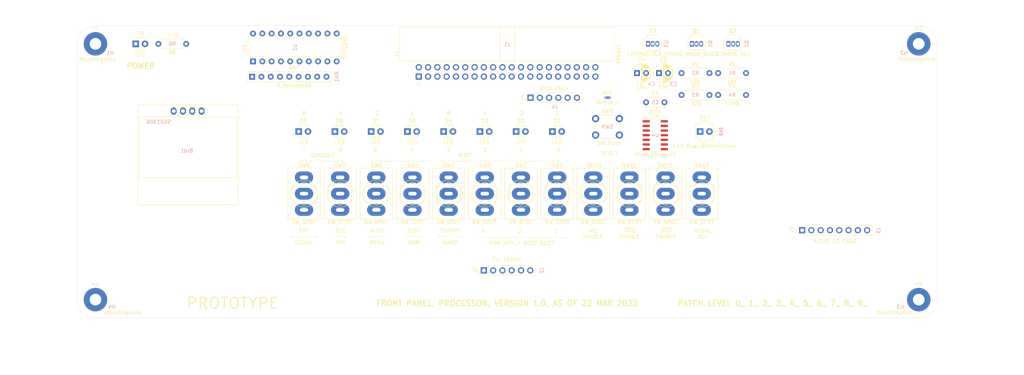
<source format=kicad_pcb>
(kicad_pcb (version 20211014) (generator pcbnew)
  (layers (0 "F.Cu" signal) (31 "B.Cu" signal) (34 "B.Paste" user) (35 "F.Paste" user) (36 "B.SilkS" user "B.Silkscreen") (37 "F.SilkS" user "F.Silkscreen") (38 "B.Mask" user) (39 "F.Mask" user) (44 "Edge.Cuts" user))
  (net 0 "")
  (net 1 "GND")
  (net 2 "VCC")
  (net 3 "Net-(D1-Pad1)")
  (net 4 "Net-(D1-Pad2)")
  (net 5 "Net-(D2-Pad1)")
  (net 6 "Net-(D2-Pad2)")
  (net 7 "Net-(D3-Pad1)")
  (net 8 "Net-(D3-Pad2)")
  (net 9 "Net-(D4-Pad1)")
  (net 10 "Net-(D4-Pad2)")
  (net 11 "Net-(D6-Pad1)")
  (net 12 "Net-(D6-Pad2)")
  (net 13 "Net-(D7-Pad1)")
  (net 14 "Net-(D7-Pad2)")
  (net 15 "Net-(D8-Pad1)")
  (net 16 "Net-(D8-Pad2)")
  (net 17 "Net-(D9-Pad1)")
  (net 18 "Net-(D9-Pad2)")
  (net 19 "/LED0")
  (net 20 "/FP-D0")
  (net 21 "/LED1")
  (net 22 "/FP-D1")
  (net 23 "/LED2")
  (net 24 "/FP-D2")
  (net 25 "/LED3")
  (net 26 "/FP-D3")
  (net 27 "/LED4")
  (net 28 "/FP-D4")
  (net 29 "/LED5")
  (net 30 "/FP-D5")
  (net 31 "/LED6")
  (net 32 "/FP-D6")
  (net 33 "/LED7")
  (net 34 "/FP-D7")
  (net 35 "I2C_SDA")
  (net 36 "I2C_SCL")
  (net 37 "~{EXT_RES}")
  (net 38 "~{IM2-EN}")
  (net 39 "~{RTS}")
  (net 40 "~{IM2-EN-OE}")
  (net 41 "/VCC-TS")
  (net 42 "~{INT0-EN}")
  (net 43 "RX")
  (net 44 "~{INT0}")
  (net 45 "TX")
  (net 46 "~{WAIT-EN}")
  (net 47 "~{CTS}")
  (net 48 "~{WAIT}")
  (net 49 "Net-(D5-Pad2)")
  (net 62 "VDD1")
  (net 63 "Net-(D10-Pad1)")
  (net 64 "Net-(D10-Pad2)")
  (net 65 "/CLK")
  (net 66 "/DO")
  (net 67 "/DI")
  (net 68 "/CS")
  (net 70 "Net-(Q1-Pad1)")
  (net 71 "Net-(Q2-Pad1)")
  (net 72 "Net-(R3-Pad1)")
  (net 77 "/UPDI-RX")
  (net 78 "/UPDI-TX")
  (net 80 "/UPDI")
  (footprint "Connector_IDC:IDC-Header_2x20_P2.54mm_Horizontal" (layer "F.Cu") (at 128.37 163.9475 90)
    (fp_text reference "J1" (at 6.215 -6.1 90) (layer "F.SilkS"))
    (fp_text value "FPANEL" (at 6.215 54.63 90) (layer "F.SilkS"))
    (fp_text user "${REFERENCE}" (at 8.83 24.13) (layer "B.SilkS") (effects (justify mirror)))
    (pad "1" thru_hole roundrect (at 0 0 90) (size 1.7 1.7) (drill 1) (layers *.Cu *.Mask) (roundrect_rratio 0.147059) (net 1 "GND"))
    (pad "2" thru_hole circle (at 2.54 0 90) (size 1.7 1.7) (drill 1) (layers *.Cu *.Mask) (net 1 "GND"))
    (pad "3" thru_hole circle (at 0 2.54 90) (size 1.7 1.7) (drill 1) (layers *.Cu *.Mask) (net 2 "VCC"))
    (pad "4" thru_hole circle (at 2.54 2.54 90) (size 1.7 1.7) (drill 1) (layers *.Cu *.Mask) (net 2 "VCC"))
    (pad "5" thru_hole circle (at 0 5.08 90) (size 1.7 1.7) (drill 1) (layers *.Cu *.Mask) (net 19 "/LED0"))
    (pad "6" thru_hole circle (at 2.54 5.08 90) (size 1.7 1.7) (drill 1) (layers *.Cu *.Mask) (net 20 "/FP-D0"))
    (pad "7" thru_hole circle (at 0 7.62 90) (size 1.7 1.7) (drill 1) (layers *.Cu *.Mask) (net 21 "/LED1"))
    (pad "8" thru_hole circle (at 2.54 7.62 90) (size 1.7 1.7) (drill 1) (layers *.Cu *.Mask) (net 22 "/FP-D1"))
    (pad "9" thru_hole circle (at 0 10.16 90) (size 1.7 1.7) (drill 1) (layers *.Cu *.Mask) (net 23 "/LED2"))
    (pad "10" thru_hole circle (at 2.54 10.16 90) (size 1.7 1.7) (drill 1) (layers *.Cu *.Mask) (net 24 "/FP-D2"))
    (pad "11" thru_hole circle (at 0 12.7 90) (size 1.7 1.7) (drill 1) (layers *.Cu *.Mask) (net 25 "/LED3"))
    (pad "12" thru_hole circle (at 2.54 12.7 90) (size 1.7 1.7) (drill 1) (layers *.Cu *.Mask) (net 26 "/FP-D3"))
    (pad "13" thru_hole circle (at 0 15.24 90) (size 1.7 1.7) (drill 1) (layers *.Cu *.Mask) (net 27 "/LED4"))
    (pad "14" thru_hole circle (at 2.54 15.24 90) (size 1.7 1.7) (drill 1) (layers *.Cu *.Mask) (net 28 "/FP-D4"))
    (pad "15" thru_hole circle (at 0 17.78 90) (size 1.7 1.7) (drill 1) (layers *.Cu *.Mask) (net 29 "/LED5"))
    (pad "16" thru_hole circle (at 2.54 17.78 90) (size 1.7 1.7) (drill 1) (layers *.Cu *.Mask) (net 30 "/FP-D5"))
    (pad "17" thru_hole circle (at 0 20.32 90) (size 1.7 1.7) (drill 1) (layers *.Cu *.Mask) (net 31 "/LED6"))
    (pad "18" thru_hole circle (at 2.54 20.32 90) (size 1.7 1.7) (drill 1) (layers *.Cu *.Mask) (net 32 "/FP-D6"))
    (pad "19" thru_hole circle (at 0 22.86 90) (size 1.7 1.7) (drill 1) (layers *.Cu *.Mask) (net 33 "/LED7"))
    (pad "20" thru_hole circle (at 2.54 22.86 90) (size 1.7 1.7) (drill 1) (layers *.Cu *.Mask) (net 34 "/FP-D7"))
    (pad "21" thru_hole circle (at 0 25.4 90) (size 1.7 1.7) (drill 1) (layers *.Cu *.Mask) (net 35 "I2C_SDA"))
    (pad "22" thru_hole circle (at 2.54 25.4 90) (size 1.7 1.7) (drill 1) (layers *.Cu *.Mask) (net 1 "GND"))
    (pad "23" thru_hole circle (at 0 27.94 90) (size 1.7 1.7) (drill 1) (layers *.Cu *.Mask) (net 36 "I2C_SCL"))
    (pad "24" thru_hole circle (at 2.54 27.94 90) (size 1.7 1.7) (drill 1) (layers *.Cu *.Mask) (net 37 "~{EXT_RES}"))
    (pad "25" thru_hole circle (at 0 30.48 90) (size 1.7 1.7) (drill 1) (layers *.Cu *.Mask) (net 1 "GND"))
    (pad "26" thru_hole circle (at 2.54 30.48 90) (size 1.7 1.7) (drill 1) (layers *.Cu *.Mask) (net 38 "~{IM2-EN}"))
    (pad "27" thru_hole circle (at 0 33.02 90) (size 1.7 1.7) (drill 1) (layers *.Cu *.Mask) (net 39 "~{RTS}"))
    (pad "28" thru_hole circle (at 2.54 33.02 90) (size 1.7 1.7) (drill 1) (layers *.Cu *.Mask) (net 40 "~{IM2-EN-OE}"))
    (pad "29" thru_hole circle (at 0 35.56 90) (size 1.7 1.7) (drill 1) (layers *.Cu *.Mask) (net 41 "/VCC-TS"))
    (pad "30" thru_hole circle (at 2.54 35.56 90) (size 1.7 1.7) (drill 1) (layers *.Cu *.Mask) (net 42 "~{INT0-EN}"))
    (pad "31" thru_hole circle (at 0 38.1 90) (size 1.7 1.7) (drill 1) (layers *.Cu *.Mask) (net 43 "RX"))
    (pad "32" thru_hole circle (at 2.54 38.1 90) (size 1.7 1.7) (drill 1) (layers *.Cu *.Mask) (net 44 "~{INT0}"))
    (pad "33" thru_hole circle (at 0 40.64 90) (size 1.7 1.7) (drill 1) (layers *.Cu *.Mask) (net 45 "TX"))
    (pad "34" thru_hole circle (at 2.54 40.64 90) (size 1.7 1.7) (drill 1) (layers *.Cu *.Mask) (net 46 "~{WAIT-EN}"))
    (pad "35" thru_hole circle (at 0 43.18 90) (size 1.7 1.7) (drill 1) (layers *.Cu *.Mask) (net 47 "~{CTS}"))
    (pad "36" thru_hole circle (at 2.54 43.18 90) (size 1.7 1.7) (drill 1) (layers *.Cu *.Mask) (net 48 "~{WAIT}"))
    (pad "37" thru_hole circle (at 0 45.72 90) (size 1.7 1.7) (drill 1) (layers *.Cu *.Mask) (net 2 "VCC"))
    (pad "38" thru_hole circle (at 2.54 45.72 90) (size 1.7 1.7) (drill 1) (layers *.Cu *.Mask) (net 2 "VCC"))
    (pad "39" thru_hole circle (at 0 48.26 90) (size 1.7 1.7) (drill 1) (layers *.Cu *.Mask) (net 1 "GND"))
    (pad "40" thru_hole circle (at 2.54 48.26 90) (size 1.7 1.7) (drill 1) (layers *.Cu *.Mask) (net 1 "GND"))
  )
  (footprint "Connector_PinHeader_2.54mm:PinHeader_1x06_P2.54mm_Vertical" (layer "F.Cu") (at 146.15 217 90)
    (fp_text reference "J2" (at 0 -2.33 90) (layer "F.SilkS"))
    (fp_text value "TTL SERIAL" (at 3 6.35 180) (layer "F.SilkS"))
    (fp_text user "${REFERENCE}" (at 0 15.85 90) (layer "B.SilkS") (effects (justify mirror)))
    (pad "1" thru_hole rect (at 0 0 90) (size 1.7 1.7) (drill 1) (layers *.Cu *.Mask) (net 1 "GND"))
    (pad "2" thru_hole oval (at 0 2.54 90) (size 1.7 1.7) (drill 1) (layers *.Cu *.Mask) (net 39 "~{RTS}"))
    (pad "3" thru_hole oval (at 0 5.08 90) (size 1.7 1.7) (drill 1) (layers *.Cu *.Mask) (net 41 "/VCC-TS"))
    (pad "4" thru_hole oval (at 0 7.62 90) (size 1.7 1.7) (drill 1) (layers *.Cu *.Mask) (net 43 "RX"))
    (pad "5" thru_hole oval (at 0 10.16 90) (size 1.7 1.7) (drill 1) (layers *.Cu *.Mask) (net 45 "TX"))
    (pad "6" thru_hole oval (at 0 12.7 90) (size 1.7 1.7) (drill 1) (layers *.Cu *.Mask) (net 47 "~{CTS}"))
  )
  (footprint "MountingHole:MountingHole_3.2mm_M3_Pad" (layer "F.Cu") (at 40 155)
    (fp_text reference "H1" (at 0 -4.2) (layer "F.SilkS"))
    (fp_text value "MountingHole" (at 0.5 4.2) (layer "F.SilkS"))
    (fp_text user "${REFERENCE}" (at 4 2.5) (layer "B.SilkS") (effects (justify mirror)))
    (pad "1" thru_hole circle (at 0 0) (size 6.4 6.4) (drill 3.2) (layers *.Cu *.Mask) (net 1 "GND"))
  )
  (footprint "MountingHole:MountingHole_3.2mm_M3_Pad" (layer "F.Cu") (at 265 155)
    (fp_text reference "H2" (at 0 -4.2) (layer "F.SilkS"))
    (fp_text value "MountingHole" (at -0.5 4.2) (layer "F.SilkS"))
    (fp_text user "${REFERENCE}" (at -4 2.5) (layer "B.SilkS") (effects (justify mirror)))
    (pad "1" thru_hole circle (at 0 0) (size 6.4 6.4) (drill 3.2) (layers *.Cu *.Mask) (net 1 "GND"))
  )
  (footprint "MountingHole:MountingHole_3.2mm_M3_Pad" (layer "F.Cu") (at 265 225)
    (fp_text reference "H3" (at 0 -4.2) (layer "F.SilkS"))
    (fp_text value "MountingHole" (at -6.5 3.5) (layer "F.SilkS"))
    (fp_text user "${REFERENCE}" (at -5 2) (layer "B.SilkS") (effects (justify mirror)))
    (pad "1" thru_hole circle (at 0 0) (size 6.4 6.4) (drill 3.2) (layers *.Cu *.Mask) (net 1 "GND"))
  )
  (footprint "MountingHole:MountingHole_3.2mm_M3_Pad" (layer "F.Cu") (at 40 225)
    (fp_text reference "H4" (at 0 -4.2) (layer "F.SilkS"))
    (fp_text value "MountingHole" (at 7.5 3.5) (layer "F.SilkS"))
    (fp_text user "${REFERENCE}" (at 4.5 2) (layer "B.SilkS") (effects (justify mirror)))
    (pad "1" thru_hole circle (at 0 0) (size 6.4 6.4) (drill 3.2) (layers *.Cu *.Mask) (net 1 "GND"))
  )
  (footprint "LED_THT:LED_D3.0mm" (layer "F.Cu") (at 51 155)
    (fp_text reference "D5" (at 1.27 -2.96) (layer "F.SilkS"))
    (fp_text value "LED" (at 1.27 2.96) (layer "F.SilkS"))
    (pad "1" thru_hole rect (at 0 0) (size 1.8 1.8) (drill 0.9) (layers *.Cu *.Mask) (net 1 "GND"))
    (pad "2" thru_hole circle (at 2.54 0) (size 1.8 1.8) (drill 0.9) (layers *.Cu *.Mask) (net 49 "Net-(D5-Pad2)"))
  )
  (footprint "Resistor_THT:R_Axial_DIN0207_L6.3mm_D2.5mm_P7.62mm_Horizontal" (layer "F.Cu") (at 64.81 155 180)
    (fp_text reference "R6" (at 3.81 -2.37) (layer "F.SilkS"))
    (fp_text value "470" (at 3.81 2.37) (layer "F.SilkS"))
    (fp_text user "${REFERENCE}" (at 3.81 0) (layer "B.SilkS") (effects (justify mirror)))
    (pad "1" thru_hole circle (at 0 0 180) (size 1.6 1.6) (drill 0.8) (layers *.Cu *.Mask) (net 2 "VCC"))
    (pad "2" thru_hole oval (at 7.62 0 180) (size 1.6 1.6) (drill 0.8) (layers *.Cu *.Mask) (net 49 "Net-(D5-Pad2)"))
  )
  (footprint "Resistor_THT:R_Axial_DIN0207_L6.3mm_D2.5mm_P7.62mm_Horizontal" (layer "F.Cu") (at 200.19 169)
    (fp_text reference "R3" (at 3.81 -2.37) (layer "F.SilkS"))
    (fp_text value "220" (at 3.81 2.37) (layer "F.SilkS"))
    (fp_text user "${REFERENCE}" (at 3.81 0) (layer "B.SilkS") (effects (justify mirror)))
    (pad "1" thru_hole circle (at 0 0) (size 1.6 1.6) (drill 0.8) (layers *.Cu *.Mask) (net 72 "Net-(R3-Pad1)"))
    (pad "2" thru_hole oval (at 7.62 0) (size 1.6 1.6) (drill 0.8) (layers *.Cu *.Mask) (net 64 "Net-(D10-Pad2)"))
  )
  (footprint "LED_THT:LED_D3.0mm" (layer "F.Cu") (at 135.171 179)
    (fp_text reference "D4" (at 1.27 -2.96) (layer "F.SilkS"))
    (fp_text value "LED" (at 1.27 2.96) (layer "F.SilkS"))
    (pad "1" thru_hole rect (at 0 0) (size 1.8 1.8) (drill 0.9) (layers *.Cu *.Mask) (net 9 "Net-(D4-Pad1)"))
    (pad "2" thru_hole circle (at 2.54 0) (size 1.8 1.8) (drill 0.9) (layers *.Cu *.Mask) (net 10 "Net-(D4-Pad2)"))
  )
  (footprint "Button_Switch_THT:SW_PUSH_6mm" (layer "F.Cu") (at 176.69 175.46)
    (fp_text reference "SW9" (at 3.25 -2) (layer "F.SilkS"))
    (fp_text value "SW_Push" (at 3.75 6.7) (layer "F.SilkS"))
    (fp_text user "${REFERENCE}" (at 3.25 2.25) (layer "B.SilkS") (effects (justify mirror)))
    (pad "1" thru_hole circle (at 0 0 90) (size 2 2) (drill 1.1) (layers *.Cu *.Mask) (net 37 "~{EXT_RES}"))
    (pad "1" thru_hole circle (at 6.5 0 90) (size 2 2) (drill 1.1) (layers *.Cu *.Mask) (net 37 "~{EXT_RES}"))
    (pad "2" thru_hole circle (at 0 4.5 90) (size 2 2) (drill 1.1) (layers *.Cu *.Mask) (net 1 "GND"))
    (pad "2" thru_hole circle (at 6.5 4.5 90) (size 2 2) (drill 1.1) (layers *.Cu *.Mask) (net 1 "GND"))
  )
  (footprint "Resistor_THT:R_Axial_DIN0207_L6.3mm_D2.5mm_P7.62mm_Horizontal" (layer "F.Cu") (at 210.19 169)
    (fp_text reference "R4" (at 3.81 -2.37) (layer "F.SilkS"))
    (fp_text value "4700" (at 3.81 2.37) (layer "F.SilkS"))
    (fp_text user "${REFERENCE}" (at 3.81 0) (layer "B.SilkS") (effects (justify mirror)))
    (pad "1" thru_hole circle (at 0 0) (size 1.6 1.6) (drill 0.8) (layers *.Cu *.Mask) (net 78 "/UPDI-TX"))
    (pad "2" thru_hole oval (at 7.62 0) (size 1.6 1.6) (drill 0.8) (layers *.Cu *.Mask) (net 80 "/UPDI"))
  )
  (footprint "LED_THT:LED_D3.0mm" (layer "F.Cu") (at 125.265125 179)
    (fp_text reference "D6" (at 1.27 -2.96) (layer "F.SilkS"))
    (fp_text value "LED" (at 1.27 2.96) (layer "F.SilkS"))
    (pad "1" thru_hole rect (at 0 0) (size 1.8 1.8) (drill 0.9) (layers *.Cu *.Mask) (net 11 "Net-(D6-Pad1)"))
    (pad "2" thru_hole circle (at 2.54 0) (size 1.8 1.8) (drill 0.9) (layers *.Cu *.Mask) (net 12 "Net-(D6-Pad2)"))
  )
  (footprint "LED_THT:LED_D3.0mm" (layer "F.Cu") (at 145.076875 179.00226)
    (fp_text reference "D3" (at 1.27 -2.96) (layer "F.SilkS"))
    (fp_text value "LED" (at 1.27 2.96) (layer "F.SilkS"))
    (pad "1" thru_hole rect (at 0 0) (size 1.8 1.8) (drill 0.9) (layers *.Cu *.Mask) (net 7 "Net-(D3-Pad1)"))
    (pad "2" thru_hole circle (at 2.54 0) (size 1.8 1.8) (drill 0.9) (layers *.Cu *.Mask) (net 8 "Net-(D3-Pad2)"))
  )
  (footprint "Package_DIP:DIP-20_W7.62mm" (layer "F.Cu") (at 83.075 159.8 90)
    (fp_text reference "U1" (at 3.81 -2.33 90) (layer "F.SilkS"))
    (fp_text value "74LS240" (at 3.81 25.19 90) (layer "F.SilkS"))
    (fp_text user "${REFERENCE}" (at 3.81 11.43 90) (layer "B.SilkS") (effects (justify mirror)))
    (pad "1" thru_hole rect (at 0 0 90) (size 1.6 1.6) (drill 0.8) (layers *.Cu *.Mask) (net 1 "GND"))
    (pad "2" thru_hole oval (at 0 2.54 90) (size 1.6 1.6) (drill 0.8) (layers *.Cu *.Mask) (net 19 "/LED0"))
    (pad "3" thru_hole oval (at 0 5.08 90) (size 1.6 1.6) (drill 0.8) (layers *.Cu *.Mask) (net 17 "Net-(D9-Pad1)"))
    (pad "4" thru_hole oval (at 0 7.62 90) (size 1.6 1.6) (drill 0.8) (layers *.Cu *.Mask) (net 21 "/LED1"))
    (pad "5" thru_hole oval (at 0 10.16 90) (size 1.6 1.6) (drill 0.8) (layers *.Cu *.Mask) (net 15 "Net-(D8-Pad1)"))
    (pad "6" thru_hole oval (at 0 12.7 90) (size 1.6 1.6) (drill 0.8) (layers *.Cu *.Mask) (net 23 "/LED2"))
    (pad "7" thru_hole oval (at 0 15.24 90) (size 1.6 1.6) (drill 0.8) (layers *.Cu *.Mask) (net 13 "Net-(D7-Pad1)"))
    (pad "8" thru_hole oval (at 0 17.78 90) (size 1.6 1.6) (drill 0.8) (layers *.Cu *.Mask) (net 25 "/LED3"))
    (pad "9" thru_hole oval (at 0 20.32 90) (size 1.6 1.6) (drill 0.8) (layers *.Cu *.Mask) (net 11 "Net-(D6-Pad1)"))
    (pad "10" thru_hole oval (at 0 22.86 90) (size 1.6 1.6) (drill 0.8) (layers *.Cu *.Mask) (net 1 "GND"))
    (pad "11" thru_hole oval (at 7.62 22.86 90) (size 1.6 1.6) (drill 0.8) (layers *.Cu *.Mask) (net 27 "/LED4"))
    (pad "12" thru_hole oval (at 7.62 20.32 90) (size 1.6 1.6) (drill 0.8) (layers *.Cu *.Mask) (net 9 "Net-(D4-Pad1)"))
    (pad "13" thru_hole oval (at 7.62 17.78 90) (size 1.6 1.6) (drill 0.8) (layers *.Cu *.Mask) (net 29 "/LED5"))
    (pad "14" thru_hole oval (at 7.62 15.24 90) (size 1.6 1.6) (drill 0.8) (layers *.Cu *.Mask) (net 7 "Net-(D3-Pad1)"))
    (pad "15" thru_hole oval (at 7.62 12.7 90) (size 1.6 1.6) (drill 0.8) (layers *.Cu *.Mask) (net 31 "/LED6"))
    (pad "16" thru_hole oval (at 7.62 10.16 90) (size 1.6 1.6) (drill 0.8) (layers *.Cu *.Mask) (net 5 "Net-(D2-Pad1)"))
    (pad "17" thru_hole oval (at 7.62 7.62 90) (size 1.6 1.6) (drill 0.8) (layers *.Cu *.Mask) (net 33 "/LED7"))
    (pad "18" thru_hole oval (at 7.62 5.08 90) (size 1.6 1.6) (drill 0.8) (layers *.Cu *.Mask) (net 3 "Net-(D1-Pad1)"))
    (pad "19" thru_hole oval (at 7.62 2.54 90) (size 1.6 1.6) (drill 0.8) (layers *.Cu *.Mask) (net 1 "GND"))
    (pad "20" thru_hole oval (at 7.62 0 90) (size 1.6 1.6) (drill 0.8) (layers *.Cu *.Mask) (net 2 "VCC"))
  )
  (footprint "Package_TO_SOT_THT:TO-92L_Inline" (layer "F.Cu") (at 213 155)
    (fp_text reference "Q2" (at 1.19 -3.56) (layer "F.SilkS"))
    (fp_text value "Q_NMOS_SGD" (at 1.19 2.79) (layer "F.SilkS"))
    (fp_text user "${REFERENCE}" (at 5 0 90) (layer "B.SilkS") (effects (justify mirror)))
    (pad "1" thru_hole rect (at 0 0) (size 1.05 1.5) (drill 0.75) (layers *.Cu *.Mask) (net 71 "Net-(Q2-Pad1)"))
    (pad "2" thru_hole oval (at 1.27 0) (size 1.05 1.5) (drill 0.75) (layers *.Cu *.Mask) (net 62 "VDD1"))
    (pad "3" thru_hole oval (at 2.54 0) (size 1.05 1.5) (drill 0.75) (layers *.Cu *.Mask) (net 35 "I2C_SDA"))
  )
  (footprint "SW_Toggle_Blue_wSlots:SW_Toggle_Blue_wSlots" (layer "F.Cu") (at 97 196 -90)
    (fp_text reference "SW8" (at -7.75 0) (layer "F.SilkS"))
    (fp_text value "SW_SPDT" (at 7.75 0) (layer "F.SilkS"))
    (pad "1" thru_hole oval locked (at -4.45 0 270) (size 3.2 5) (drill oval 1 2.3) (layers *.Cu "B.Mask") (net 1 "GND"))
    (pad "2" thru_hole oval locked (at 0 0 270) (size 3.2 5) (drill oval 1 2.3) (layers *.Cu "B.Mask") (net 34 "/FP-D7"))
    (pad "3" thru_hole oval locked (at 4.45 0 270) (size 3.2 5) (drill oval 1 2.3) (layers *.Cu "B.Mask"))
  )
  (footprint "SW_Toggle_Blue_wSlots:SW_Toggle_Blue_wSlots" (layer "F.Cu") (at 146.410225 196 -90)
    (fp_text reference "SW3" (at -7.75 -0.089775) (layer "F.SilkS"))
    (fp_text value "SW_SPDT" (at 7.75 0.160225) (layer "F.SilkS"))
    (pad "1" thru_hole oval locked (at -4.45 0 270) (size 3.2 5) (drill oval 1 2.3) (layers *.Cu "B.Mask") (net 1 "GND"))
    (pad "2" thru_hole oval locked (at 0 0 270) (size 3.2 5) (drill oval 1 2.3) (layers *.Cu "B.Mask") (net 24 "/FP-D2"))
    (pad "3" thru_hole oval locked (at 4.45 0 270) (size 3.2 5) (drill oval 1 2.3) (layers *.Cu "B.Mask"))
  )
  (footprint "SW_Toggle_Blue_wSlots:SW_Toggle_Blue_wSlots" (layer "F.Cu") (at 106.882045 196 -90)
    (fp_text reference "SW7" (at -7.75 0) (layer "F.SilkS"))
    (fp_text value "SW_SPDT" (at 7.75 0.132045 -180) (layer "F.SilkS"))
    (pad "1" thru_hole oval locked (at -4.45 0 270) (size 3.2 5) (drill oval 1 2.3) (layers *.Cu "B.Mask") (net 1 "GND"))
    (pad "2" thru_hole oval locked (at 0 0 270) (size 3.2 5) (drill oval 1 2.3) (layers *.Cu "B.Mask") (net 32 "/FP-D6"))
    (pad "3" thru_hole oval locked (at 4.45 0 270) (size 3.2 5) (drill oval 1 2.3) (layers *.Cu "B.Mask"))
  )
  (footprint "Package_TO_SOT_THT:TO-92L_Inline" (layer "F.Cu") (at 203 155)
    (fp_text reference "Q1" (at 1.19 -3.56) (layer "F.SilkS"))
    (fp_text value "Q_NMOS_SGD" (at 1.19 2.79) (layer "F.SilkS"))
    (fp_text user "${REFERENCE}" (at 5 0 90) (layer "B.SilkS") (effects (justify mirror)))
    (pad "1" thru_hole rect (at 0 0) (size 1.05 1.5) (drill 0.75) (layers *.Cu *.Mask) (net 70 "Net-(Q1-Pad1)"))
    (pad "2" thru_hole oval (at 1.27 0) (size 1.05 1.5) (drill 0.75) (layers *.Cu *.Mask) (net 62 "VDD1"))
    (pad "3" thru_hole oval (at 2.54 0) (size 1.05 1.5) (drill 0.75) (layers *.Cu *.Mask) (net 36 "I2C_SCL"))
  )
  (footprint "Connector_PinSocket_2.54mm:PinSocket_1x08_P2.54mm_Vertical" (layer "F.Cu") (at 233.125 206 90)
    (fp_text reference "J3" (at 0 -2.77 90) (layer "F.SilkS"))
    (fp_text value "MICRO SD CARD" (at -3 8.875 180) (layer "F.SilkS"))
    (fp_text user "${REFERENCE}" (at 0 20.875 270) (layer "B.SilkS") (effects (justify mirror)))
    (pad "1" thru_hole rect (at 0 0 90) (size 1.7 1.7) (drill 1) (layers *.Cu *.Mask) (net 2 "VCC"))
    (pad "2" thru_hole oval (at 0 2.54 90) (size 1.7 1.7) (drill 1) (layers *.Cu *.Mask) (net 62 "VDD1"))
    (pad "3" thru_hole oval (at 0 5.08 90) (size 1.7 1.7) (drill 1) (layers *.Cu *.Mask) (net 1 "GND"))
    (pad "4" thru_hole oval (at 0 7.62 90) (size 1.7 1.7) (drill 1) (layers *.Cu *.Mask) (net 65 "/CLK"))
    (pad "5" thru_hole oval (at 0 10.16 90) (size 1.7 1.7) (drill 1) (layers *.Cu *.Mask) (net 66 "/DO"))
    (pad "6" thru_hole oval (at 0 12.7 90) (size 1.7 1.7) (drill 1) (layers *.Cu *.Mask) (net 67 "/DI"))
    (pad "7" thru_hole oval (at 0 15.24 90) (size 1.7 1.7) (drill 1) (layers *.Cu *.Mask) (net 68 "/CS"))
    (pad "8" thru_hole oval (at 0 17.78 90) (size 1.7 1.7) (drill 1) (layers *.Cu *.Mask))
  )
  (footprint "SW_Toggle_Blue_wSlots:SW_Toggle_Blue_wSlots" (layer "F.Cu") (at 166.174315 196 -90)
    (fp_text reference "SW1" (at -7.75 -0.075685) (layer "F.SilkS"))
    (fp_text value "SW_SPDT" (at 7.75 -0.075685) (layer "F.SilkS"))
    (pad "1" thru_hole oval locked (at -4.45 0 270) (size 3.2 5) (drill oval 1 2.3) (layers *.Cu "B.Mask") (net 1 "GND"))
    (pad "2" thru_hole oval locked (at 0 0 270) (size 3.2 5) (drill oval 1 2.3) (layers *.Cu "B.Mask") (net 20 "/FP-D0"))
    (pad "3" thru_hole oval locked (at 4.45 0 270) (size 3.2 5) (drill oval 1 2.3) (layers *.Cu "B.Mask"))
  )
  (footprint "SW_Toggle_Blue_wSlots:SW_Toggle_Blue_wSlots" (layer "F.Cu") (at 126.646135 196 -90)
    (fp_text reference "SW5" (at -7.75 -0.103865) (layer "F.SilkS"))
    (fp_text value "SW_SPDT" (at 7.75 -0.103865) (layer "F.SilkS"))
    (pad "1" thru_hole oval locked (at -4.45 0 270) (size 3.2 5) (drill oval 1 2.3) (layers *.Cu "B.Mask") (net 1 "GND"))
    (pad "2" thru_hole oval locked (at 0 0 270) (size 3.2 5) (drill oval 1 2.3) (layers *.Cu "B.Mask") (net 28 "/FP-D4"))
    (pad "3" thru_hole oval locked (at 4.45 0 270) (size 3.2 5) (drill oval 1 2.3) (layers *.Cu "B.Mask"))
  )
  (footprint "LED_THT:LED_D3.0mm" (layer "F.Cu") (at 154.98275 179.001808)
    (fp_text reference "D2" (at 1.27 -2.96) (layer "F.SilkS"))
    (fp_text value "LED" (at 1.27 2.96) (layer "F.SilkS"))
    (pad "1" thru_hole rect (at 0 0) (size 1.8 1.8) (drill 0.9) (layers *.Cu *.Mask) (net 5 "Net-(D2-Pad1)"))
    (pad "2" thru_hole circle (at 2.54 0) (size 1.8 1.8) (drill 0.9) (layers *.Cu *.Mask) (net 6 "Net-(D2-Pad2)"))
  )
  (footprint "Capacitor_THT:C_Disc_D5.0mm_W2.5mm_P5.00mm" (layer "F.Cu") (at 190.5 171)
    (fp_text reference "C5" (at 2.5 -2.5) (layer "F.SilkS"))
    (fp_text value "0.1u" (at 2.5 2.5) (layer "F.SilkS"))
    (fp_text user "${REFERENCE}" (at 2.5 0) (layer "B.SilkS") (effects (justify mirror)))
    (pad "1" thru_hole circle (at 0 0) (size 1.6 1.6) (drill 0.8) (layers *.Cu *.Mask) (net 1 "GND"))
    (pad "2" thru_hole circle (at 5 0) (size 1.6 1.6) (drill 0.8) (layers *.Cu *.Mask) (net 62 "VDD1"))
  )
  (footprint "Capacitor_THT:CP_Radial_D5.0mm_P2.50mm" (layer "F.Cu") (at 194 163)
    (fp_text reference "C3" (at 1.25 -3.75) (layer "F.SilkS"))
    (fp_text value "10u" (at 1.25 3.75) (layer "F.SilkS"))
    (fp_text user "${REFERENCE}" (at 4 3) (layer "B.SilkS") (effects (justify mirror)))
    (pad "1" thru_hole rect (at 0 0) (size 1.6 1.6) (drill 0.8) (layers *.Cu *.Mask) (net 2 "VCC"))
    (pad "2" thru_hole circle (at 2.5 0) (size 1.6 1.6) (drill 0.8) (layers *.Cu *.Mask) (net 1 "GND"))
  )
  (footprint "Capacitor_THT:CP_Radial_D5.0mm_P2.50mm" (layer "F.Cu") (at 188 163)
    (fp_text reference "C4" (at 1.25 -3.75) (layer "F.SilkS"))
    (fp_text value "10u" (at 1.25 3.75) (layer "F.SilkS"))
    (fp_text user "${REFERENCE}" (at 4 3) (layer "B.SilkS") (effects (justify mirror)))
    (pad "1" thru_hole rect (at 0 0) (size 1.6 1.6) (drill 0.8) (layers *.Cu *.Mask) (net 62 "VDD1"))
    (pad "2" thru_hole circle (at 2.5 0) (size 1.6 1.6) (drill 0.8) (layers *.Cu *.Mask) (net 1 "GND"))
  )
  (footprint "SW_Toggle_Blue_wSlots:SW_Toggle_Blue_wSlots" (layer "F.Cu") (at 176.05636 196 -90)
    (fp_text reference "SW10" (at -7.75 -0.19364) (layer "F.SilkS"))
    (fp_text value "SW_SPDT" (at 7.75 0.05636) (layer "F.SilkS"))
    (pad "1" thru_hole oval locked (at -4.45 0 270) (size 3.2 5) (drill oval 1 2.3) (layers *.Cu "B.Mask") (net 40 "~{IM2-EN-OE}"))
    (pad "2" thru_hole oval locked (at 0 0 270) (size 3.2 5) (drill oval 1 2.3) (layers *.Cu "B.Mask") (net 38 "~{IM2-EN}"))
    (pad "3" thru_hole oval locked (at 4.45 0 270) (size 3.2 5) (drill oval 1 2.3) (layers *.Cu "B.Mask"))
  )
  (footprint "LED_THT:LED_D3.0mm" (layer "F.Cu") (at 115.35925 179.001808)
    (fp_text reference "D7" (at 1.27 -2.96) (layer "F.SilkS"))
    (fp_text value "LED" (at 1.27 2.96) (layer "F.SilkS"))
    (pad "1" thru_hole rect (at 0 0) (size 1.8 1.8) (drill 0.9) (layers *.Cu *.Mask) (net 13 "Net-(D7-Pad1)"))
    (pad "2" thru_hole circle (at 2.54 0) (size 1.8 1.8) (drill 0.9) (layers *.Cu *.Mask) (net 14 "Net-(D7-Pad2)"))
  )
  (footprint "SW_Toggle_Blue_wSlots:SW_Toggle_Blue_wSlots" (layer "F.Cu") (at 116.76409 196 -90)
    (fp_text reference "SW6" (at -7.75 0.01409) (layer "F.SilkS"))
    (fp_text value "SW_SPDT" (at 7.75 0.01409 -180) (layer "F.SilkS"))
    (pad "1" thru_hole oval locked (at -4.45 0 270) (size 3.2 5) (drill oval 1 2.3) (layers *.Cu "B.Mask") (net 1 "GND"))
    (pad "2" thru_hole oval locked (at 0 0 270) (size 3.2 5) (drill oval 1 2.3) (layers *.Cu "B.Mask") (net 30 "/FP-D5"))
    (pad "3" thru_hole oval locked (at 4.45 0 270) (size 3.2 5) (drill oval 1 2.3) (layers *.Cu "B.Mask"))
  )
  (footprint "Connector_PinHeader_2.54mm:PinHeader_1x06_P2.54mm_Vertical" (layer "F.Cu") (at 158.9 169.75 90)
    (fp_text reference "J4" (at 0 -2.33 90) (layer "F.SilkS"))
    (fp_text value "UPDI ONLY" (at 2.5 6.35 180) (layer "F.SilkS"))
    (fp_text user "${REFERENCE}" (at -2.5 6.6675 180) (layer "B.SilkS") (effects (justify mirror)))
    (pad "1" thru_hole rect (at 0 0 90) (size 1.7 1.7) (drill 1) (layers *.Cu *.Mask) (net 1 "GND"))
    (pad "2" thru_hole oval (at 0 2.54 90) (size 1.7 1.7) (drill 1) (layers *.Cu *.Mask))
    (pad "3" thru_hole oval (at 0 5.08 90) (size 1.7 1.7) (drill 1) (layers *.Cu *.Mask) (net 41 "/VCC-TS"))
    (pad "4" thru_hole oval (at 0 7.62 90) (size 1.7 1.7) (drill 1) (layers *.Cu *.Mask) (net 77 "/UPDI-RX"))
    (pad "5" thru_hole oval (at 0 10.16 90) (size 1.7 1.7) (drill 1) (layers *.Cu *.Mask) (net 78 "/UPDI-TX"))
    (pad "6" thru_hole oval (at 0 12.7 90) (size 1.7 1.7) (drill 1) (layers *.Cu *.Mask))
  )
  (footprint "SW_Toggle_Blue_wSlots:SW_Toggle_Blue_wSlots" (layer "F.Cu") (at 185.938405 196 -90)
    (fp_text reference "SW11" (at -7.75 -0.061595) (layer "F.SilkS"))
    (fp_text value "SW_SPDT" (at 7.75 -0.061595) (layer "F.SilkS"))
    (pad "1" thru_hole oval locked (at -4.45 0 270) (size 3.2 5) (drill oval 1 2.3) (layers *.Cu "B.Mask") (net 44 "~{INT0}"))
    (pad "2" thru_hole oval locked (at 0 0 270) (size 3.2 5) (drill oval 1 2.3) (layers *.Cu "B.Mask") (net 42 "~{INT0-EN}"))
    (pad "3" thru_hole oval locked (at 4.45 0 270) (size 3.2 5) (drill oval 1 2.3) (layers *.Cu "B.Mask"))
  )
  (footprint "Resistor_THT:R_Axial_DIN0207_L6.3mm_D2.5mm_P7.62mm_Horizontal" (layer "F.Cu") (at 210.19 163)
    (fp_text reference "R1" (at 3.81 -2.37) (layer "F.SilkS"))
    (fp_text value "10K" (at 3.81 2.37) (layer "F.SilkS"))
    (fp_text user "${REFERENCE}" (at 3.81 0) (layer "B.SilkS") (effects (justify mirror)))
    (pad "1" thru_hole circle (at 0 0) (size 1.6 1.6) (drill 0.8) (layers *.Cu *.Mask) (net 62 "VDD1"))
    (pad "2" thru_hole oval (at 7.62 0) (size 1.6 1.6) (drill 0.8) (layers *.Cu *.Mask) (net 70 "Net-(Q1-Pad1)"))
  )
  (footprint "Resistor_THT:R_Array_SIP9" (layer "F.Cu") (at 82.825 164)
    (fp_text reference "RN1" (at 11.43 -2.4) (layer "F.SilkS"))
    (fp_text value "R_Network08" (at 11.43 2.4) (layer "F.SilkS"))
    (fp_text user "${REFERENCE}" (at 23.175 0 90) (layer "B.SilkS") (effects (justify mirror)))
    (pad "1" thru_hole rect (at 0 0) (size 1.6 1.6) (drill 0.8) (layers *.Cu *.Mask) (net 2 "VCC"))
    (pad "2" thru_hole oval (at 2.54 0) (size 1.6 1.6) (drill 0.8) (layers *.Cu *.Mask) (net 4 "Net-(D1-Pad2)"))
    (pad "3" thru_hole oval (at 5.08 0) (size 1.6 1.6) (drill 0.8) (layers *.Cu *.Mask) (net 6 "Net-(D2-Pad2)"))
    (pad "4" thru_hole oval (at 7.62 0) (size 1.6 1.6) (drill 0.8) (layers *.Cu *.Mask) (net 8 "Net-(D3-Pad2)"))
    (pad "5" thru_hole oval (at 10.16 0) (size 1.6 1.6) (drill 0.8) (layers *.Cu *.Mask) (net 10 "Net-(D4-Pad2)"))
    (pad "6" thru_hole oval (at 12.7 0) (size 1.6 1.6) (drill 0.8) (layers *.Cu *.Mask) (net 12 "Net-(D6-Pad2)"))
    (pad "7" thru_hole oval (at 15.24 0) (size 1.6 1.6) (drill 0.8) (layers *.Cu *.Mask) (net 14 "Net-(D7-Pad2)"))
    (pad "8" thru_hole oval (at 17.78 0) (size 1.6 1.6) (drill 0.8) (layers *.Cu *.Mask) (net 16 "Net-(D8-Pad2)"))
    (pad "9" thru_hole oval (at 20.32 0) (size 1.6 1.6) (drill 0.8) (layers *.Cu *.Mask) (net 18 "Net-(D9-Pad2)"))
  )
  (footprint "LED_THT:LED_D3.0mm" (layer "F.Cu") (at 105.453375 179)
    (fp_text reference "D8" (at 1.27 -2.96) (layer "F.SilkS"))
    (fp_text value "LED" (at 1.27 2.96) (layer "F.SilkS"))
    (pad "1" thru_hole rect (at 0 0) (size 1.8 1.8) (drill 0.9) (layers *.Cu *.Mask) (net 15 "Net-(D8-Pad1)"))
    (pad "2" thru_hole circle (at 2.54 0) (size 1.8 1.8) (drill 0.9) (layers *.Cu *.Mask) (net 16 "Net-(D8-Pad2)"))
  )
  (footprint "LED_THT:LED_D3.0mm" (layer "F.Cu") (at 164.88863 179)
    (fp_text reference "D1" (at 1.27 -2.96) (layer "F.SilkS"))
    (fp_text value "LED" (at 1.27 2.96) (layer "F.SilkS"))
    (pad "1" thru_hole rect (at 0 0) (size 1.8 1.8) (drill 0.9) (layers *.Cu *.Mask) (net 3 "Net-(D1-Pad1)"))
    (pad "2" thru_hole circle (at 2.54 0) (size 1.8 1.8) (drill 0.9) (layers *.Cu *.Mask) (net 4 "Net-(D1-Pad2)"))
  )
  (footprint "LED_THT:LED_D5.0mm" (layer "F.Cu") (at 205.27 179)
    (fp_text reference "D10" (at 1.27 -3.96) (layer "F.SilkS"))
    (fp_text value "LED_Dual_Bidirectional" (at 1.27 3.96) (layer "F.SilkS"))
    (fp_text user "${REFERENCE}" (at 5.73 0 90) (layer "B.SilkS") (effects (font (size 0.8 0.8) (thickness 0.2)) (justify mirror)))
    (pad "1" thru_hole rect (at 0 0) (size 1.8 1.8) (drill 0.9) (layers *.Cu *.Mask) (net 63 "Net-(D10-Pad1)"))
    (pad "2" thru_hole circle (at 2.54 0) (size 1.8 1.8) (drill 0.9) (layers *.Cu *.Mask) (net 64 "Net-(D10-Pad2)"))
  )
  (footprint "SW_Toggle_Blue_wSlots:SW_Toggle_Blue_wSlots" (layer "F.Cu") (at 156.29227 196 -90)
    (fp_text reference "SW2" (at -7.75 0.04227 -180) (layer "F.SilkS"))
    (fp_text value "SW_SPDT" (at 7.75 0.04227) (layer "F.SilkS"))
    (pad "1" thru_hole oval locked (at -4.45 0 270) (size 3.2 5) (drill oval 1 2.3) (layers *.Cu "B.Mask") (net 1 "GND"))
    (pad "2" thru_hole oval locked (at 0 0 270) (size 3.2 5) (drill oval 1 2.3) (layers *.Cu "B.Mask") (net 22 "/FP-D1"))
    (pad "3" thru_hole oval locked (at 4.45 0 270) (size 3.2 5) (drill oval 1 2.3) (layers *.Cu "B.Mask"))
  )
  (footprint "LED_THT:LED_D3.0mm" (layer "F.Cu") (at 95.5475 179)
    (fp_text reference "D9" (at 1.27 -2.96) (layer "F.SilkS"))
    (fp_text value "LED" (at 1.27 2.96) (layer "F.SilkS"))
    (pad "1" thru_hole rect (at 0 0) (size 1.8 1.8) (drill 0.9) (layers *.Cu *.Mask) (net 17 "Net-(D9-Pad1)"))
    (pad "2" thru_hole circle (at 2.54 0) (size 1.8 1.8) (drill 0.9) (layers *.Cu *.Mask) (net 18 "Net-(D9-Pad2)"))
  )
  (footprint "SSD1306:128x64OLED" (layer "F.Cu") (at 65 184)
    (fp_text reference "Brd1" (at 0 0.254) (layer "B.SilkS") (effects (justify mirror)))
    (fp_text value "SSD1306" (at -7.747 -7.62) (layer "B.SilkS") (effects (justify mirror)))
    (pad "1" thru_hole oval locked (at -3.62 -10.6 90) (size 2 1.6) (drill 1) (layers *.Cu *.Mask) (net 1 "GND"))
    (pad "2" thru_hole oval locked (at -1.08 -10.6 90) (size 2 1.6) (drill 1) (layers *.Cu *.Mask) (net 2 "VCC"))
    (pad "3" thru_hole oval locked (at 1.46 -10.6 90) (size 2 1.6) (drill 1) (layers *.Cu *.Mask) (net 36 "I2C_SCL"))
    (pad "4" thru_hole oval locked (at 4 -10.6 90) (size 2 1.6) (drill 1) (layers *.Cu *.Mask) (net 35 "I2C_SDA"))
  )
  (footprint "Package_SO:SOIC-14_3.9x8.7mm_P1.27mm" (layer "F.Cu") (at 193 180)
    (fp_text reference "U4" (at 0 -5.28) (layer "F.SilkS"))
    (fp_text value "ATtiny1614-SS" (at 0 5.28) (layer "F.SilkS"))
    (fp_text user "${REFERENCE}" (at 0 0) (layer "B.SilkS") (effects (font (size 0.98 0.98)) (justify mirror)))
    (pad "1" smd roundrect (at -2.475 -3.81) (size 1.95 0.6) (layers "F.Cu" "F.Paste" "F.Mask") (net 62 "VDD1"))
    (pad "2" smd roundrect (at -2.475 -2.54) (size 1.95 0.6) (layers "F.Cu" "F.Paste" "F.Mask") (net 68 "/CS"))
    (pad "3" smd roundrect (at -2.475 -1.27) (size 1.95 0.6) (layers "F.Cu" "F.Paste" "F.Mask"))
    (pad "4" smd roundrect (at -2.475 0) (size 1.95 0.6) (layers "F.Cu" "F.Paste" "F.Mask"))
    (pad "5" smd roundrect (at -2.475 1.27) (size 1.95 0.6) (layers "F.Cu" "F.Paste" "F.Mask"))
    (pad "6" smd roundrect (at -2.475 2.54) (size 1.95 0.6) (layers "F.Cu" "F.Paste" "F.Mask") (net 63 "Net-(D10-Pad1)"))
    (pad "7" smd roundrect (at -2.475 3.81) (size 1.95 0.6) (layers "F.Cu" "F.Paste" "F.Mask") (net 72 "Net-(R3-Pad1)"))
    (pad "8" smd roundrect (at 2.475 3.81) (size 1.95 0.6) (layers "F.Cu" "F.Paste" "F.Mask") (net 71 "Net-(Q2-Pad1)"))
    (pad "9" smd roundrect (at 2.475 2.54) (size 1.95 0.6) (layers "F.Cu" "F.Paste" "F.Mask") (net 70 "Net-(Q1-Pad1)"))
    (pad "10" smd roundrect (at 2.475 1.27) (size 1.95 0.6) (layers "F.Cu" "F.Paste" "F.Mask") (net 80 "/UPDI"))
    (pad "11" smd roundrect (at 2.475 0) (size 1.95 0.6) (layers "F.Cu" "F.Paste" "F.Mask") (net 67 "/DI"))
    (pad "12" smd roundrect (at 2.475 -1.27) (size 1.95 0.6) (layers "F.Cu" "F.Paste" "F.Mask") (net 66 "/DO"))
    (pad "13" smd roundrect (at 2.475 -2.54) (size 1.95 0.6) (layers "F.Cu" "F.Paste" "F.Mask") (net 65 "/CLK"))
    (pad "14" smd roundrect (at 2.475 -3.81) (size 1.95 0.6) (layers "F.Cu" "F.Paste" "F.Mask") (net 1 "GND"))
  )
  (footprint "SW_Toggle_Blue_wSlots:SW_Toggle_Blue_wSlots" (layer "F.Cu") (at 205.7025 196 -90)
    (fp_text reference "SW13" (at -7.75 -0.0475) (layer "F.SilkS"))
    (fp_text value "SW_SPDT" (at 7.75 -0.0475) (layer "F.SilkS"))
    (pad "1" thru_hole oval locked (at -4.45 0 270) (size 3.2 5) (drill oval 1 2.3) (layers *.Cu "B.Mask") (net 41 "/VCC-TS"))
    (pad "2" thru_hole oval locked (at 0 0 270) (size 3.2 5) (drill oval 1 2.3) (layers *.Cu "B.Mask") (net 2 "VCC"))
    (pad "3" thru_hole oval locked (at 4.45 0 270) (size 3.2 5) (drill oval 1 2.3) (layers *.Cu "B.Mask"))
  )
  (footprint "Resistor_THT:R_Axial_DIN0207_L6.3mm_D2.5mm_P7.62mm_Horizontal" (layer "F.Cu") (at 200.19 163)
    (fp_text reference "R2" (at 3.81 -2.37) (layer "F.SilkS"))
    (fp_text value "10K" (at 3.81 2.37) (layer "F.SilkS"))
    (fp_text user "${REFERENCE}" (at 3.81 0) (layer "B.SilkS") (effects (justify mirror)))
    (pad "1" thru_hole circle (at 0 0) (size 1.6 1.6) (drill 0.8) (layers *.Cu *.Mask) (net 62 "VDD1"))
    (pad "2" thru_hole oval (at 7.62 0) (size 1.6 1.6) (drill 0.8) (layers *.Cu *.Mask) (net 71 "Net-(Q2-Pad1)"))
  )
  (footprint "NetTie:NetTie-2_THT_Pad0.3mm" (layer "F.Cu") (at 179.4 169.75)
    (fp_text reference "NT1" (at 0.6 -1.3) (layer "F.SilkS"))
    (fp_text value "NetTie_2" (at 0.6 1.3) (layer "F.SilkS"))
    (fp_poly (pts (xy 0 -0.3) (xy 1.2 -0.3) (xy 1.2 0.3) (xy 0 0.3)) (layer "F.Cu") (width 0) (fill solid))
    (fp_poly (pts (xy 0 -0.3) (xy 1.2 -0.3) (xy 1.2 0.3) (xy 0 0.3)) (layer "B.Cu") (width 0) (fill solid))
    (pad "1" thru_hole circle (at 0 0) (size 0.6 0.6) (drill 0.3) (layers *.Cu) (net 77 "/UPDI-RX"))
    (pad "2" thru_hole circle (at 1.2 0) (size 0.6 0.6) (drill 0.3) (layers *.Cu) (net 80 "/UPDI"))
  )
  (footprint "SW_Toggle_Blue_wSlots:SW_Toggle_Blue_wSlots" (layer "F.Cu") (at 195.82045 196 -90)
    (fp_text reference "SW12" (at -7.75 0.07045) (layer "F.SilkS"))
    (fp_text value "SW_SPDT" (at 7.75 0.07045) (layer "F.SilkS"))
    (pad "1" thru_hole oval locked (at -4.45 0 270) (size 3.2 5) (drill oval 1 2.3) (layers *.Cu "B.Mask") (net 48 "~{WAIT}"))
    (pad "2" thru_hole oval locked (at 0 0 270) (size 3.2 5) (drill oval 1 2.3) (layers *.Cu "B.Mask") (net 46 "~{WAIT-EN}"))
    (pad "3" thru_hole oval locked (at 4.45 0 270) (size 3.2 5) (drill oval 1 2.3) (layers *.Cu "B.Mask"))
  )
  (footprint "SW_Toggle_Blue_wSlots:SW_Toggle_Blue_wSlots" (layer "F.Cu") (at 136.52818 196 -90)
    (fp_text reference "SW4" (at -7.75 0) (layer "F.SilkS"))
    (fp_text value "SW_SPDT" (at 7.75 0.02818) (layer "F.SilkS"))
    (pad "1" thru_hole oval locked (at -4.45 0 270) (size 3.2 5) (drill oval 1 2.3) (layers *.Cu "B.Mask") (net 1 "GND"))
    (pad "2" thru_hole oval locked (at 0 0 270) (size 3.2 5) (drill oval 1 2.3) (layers *.Cu "B.Mask") (net 26 "/FP-D3"))
    (pad "3" thru_hole oval locked (at 4.45 0 270) (size 3.2 5) (drill oval 1 2.3) (layers *.Cu "B.Mask"))
  )
  (footprint "Package_TO_SOT_THT:TO-92_Inline" (layer "F.Cu") (at 191 155)
    (fp_text reference "U3" (at 1.27 -3.56) (layer "F.SilkS"))
    (fp_text value "LP2950-3.3_TO92" (at 1.27 2.79) (layer "F.SilkS"))
    (fp_text user "${REFERENCE}" (at 5 0 90) (layer "B.SilkS") (effects (justify mirror)))
    (pad "1" thru_hole rect (at 0 0) (size 1.05 1.5) (drill 0.75) (layers *.Cu *.Mask) (net 62 "VDD1"))
    (pad "2" thru_hole oval (at 1.27 0) (size 1.05 1.5) (drill 0.75) (layers *.Cu *.Mask) (net 1 "GND"))
    (pad "3" thru_hole oval (at 2.54 0) (size 1.05 1.5) (drill 0.75) (layers *.Cu *.Mask) (net 2 "VCC"))
  )
  (gr_line (start 40 230) (end 265 230) (layer "Edge.Cuts") (width 0.05))
  (gr_line (start 35 155) (end 35 225) (layer "Edge.Cuts") (width 0.05))
  (gr_line (start 265 150) (end 40 150) (layer "Edge.Cuts") (width 0.05))
  (gr_line (start 270 225) (end 270 155) (layer "Edge.Cuts") (width 0.05))
  (gr_arc (start 265 150) (mid 268.535534 151.464466) (end 270 155) (layer "Edge.Cuts") (width 0.05))
  (gr_arc (start 40 230) (mid 36.464466 228.535534) (end 35 225) (layer "Edge.Cuts") (width 0.05))
  (gr_arc (start 35 155) (mid 36.464466 151.464466) (end 40 150) (layer "Edge.Cuts") (width 0.05))
  (gr_arc (start 270 225) (mid 268.535534 228.535534) (end 265 230) (layer "Edge.Cuts") (width 0.05))
  (gr_text "FRONT PANEL, PROCESSOR, VERSION 1.0, AS OF 22 MAR 2023" (at 152.5 226) (layer "F.SilkS") (effects (font (size 1.5 1.5) (thickness 0.3))))
  (gr_text "~{INT0}\nENABLE" (at 186 207) (layer "F.SilkS") (effects (font (size 1 1))))
  (gr_text "POWER" (at 52.366487 161) (layer "F.SilkS") (effects (font (size 1.5 1.5) (thickness 0.3))))
  (gr_text "4" (at 146 206.25) (layer "F.SilkS") (effects (font (size 1 1))))
  (gr_text "8" (at 97 174) (layer "F.SilkS") (effects (font (size 1 1))))
  (gr_text "1" (at 126.5 174) (layer "F.SilkS") (effects (font (size 1 1))))
  (gr_text "2" (at 117 174) (layer "F.SilkS") (effects (font (size 1 1))))
  (gr_text "2" (at 146.5 184) (layer "F.SilkS") (effects (font (size 1 1))))
  (gr_text "SERIAL\nVCC" (at 206 207) (layer "F.SilkS") (effects (font (size 1 1))))
  (gr_text "1" (at 166 174) (layer "F.SilkS") (effects (font (size 1 1))))
  (gr_text "2" (at 156.5 174) (layer "F.SilkS") (effects (font (size 1 1))))
  (gr_text "1" (at 156.5 184) (layer "F.SilkS") (effects (font (size 1 1))))
  (gr_text "SEC\n---\nPRI" (at 107 207.75) (layer "F.SilkS") (effects (font (size 1 1))))
  (gr_text "DISK\n----\nROM" (at 127 207.75) (layer "F.SilkS") (effects (font (size 1 1))))
  (gr_text "--------------------\nROM APP / BOOT SLICE" (at 156.58977 208.75) (layer "F.SilkS") (effects (font (size 1 1))))
  (gr_text "PATCH LEVEL 0_ 1_ 2_ 3_ 4_ 5_ 6_ 7_ 8_ 9_" (at 225 226) (layer "F.SilkS") (effects (font (size 1.5 1.5) (thickness 0.3))))
  (gr_text "7" (at 97 184) (layer "F.SilkS") (effects (font (size 1 1))))
  (gr_text "PROTOTYPE" (at 77.5 226) (layer "F.SilkS") (effects (font (size 3 3) (thickness 0.3))))
  (gr_text "4" (at 146.5 174) (layer "F.SilkS") (effects (font (size 1 1))))
  (gr_text "BOOT\n------------------------------------------" (at 141 186.25) (layer "F.SilkS") (effects (font (size 1 1))))
  (gr_text "1" (at 166 206.25) (layer "F.SilkS") (effects (font (size 1 1))))
  (gr_text "5" (at 116.5 184) (layer "F.SilkS") (effects (font (size 1 1))))
  (gr_text "AUTO\n----\nMENU" (at 117 207.75) (layer "F.SilkS") (effects (font (size 1 1))))
  (gr_text "2" (at 156 206.25) (layer "F.SilkS") (effects (font (size 1 1))))
  (gr_text "8" (at 136.5 174) (layer "F.SilkS") (effects (font (size 1 1))))
  (gr_text "FLOPPY\n------\nHARD" (at 137 207.75) (layer "F.SilkS") (effects (font (size 1 1))))
  (gr_text "4" (at 107 174) (layer "F.SilkS") (effects (font (size 1 1))))
  (gr_text "RESET" (at 180.5 185) (layer "F.SilkS") (effects (font (size 1 1))))
  (gr_text "CRT\n------\nSERIAL" (at 97 207.75) (layer "F.SilkS") (effects (font (size 1 1))))
  (gr_text "~{WAIT}\nENABLE" (at 196 207) (layer "F.SilkS") (effects (font (size 1 1))))
  (gr_text "3" (at 136.5 184) (layer "F.SilkS") (effects (font (size 1 1))))
  (gr_text "4" (at 126.5 184) (layer "F.SilkS") (effects (font (size 1 1))))
  (gr_text "CONSOLE\n----------" (at 102 186.25) (layer "F.SilkS") (effects (font (size 1 1))))
  (gr_text "IM2\nENABLE" (at 176 207) (layer "F.SilkS") (effects (font (size 1 1))))
  (gr_text "6" (at 107 184) (layer "F.SilkS") (effects (font (size 1 1))))
  (gr_text "0" (at 166.5 184) (layer "F.SilkS") (effects (font (size 1 1))))
)
</source>
